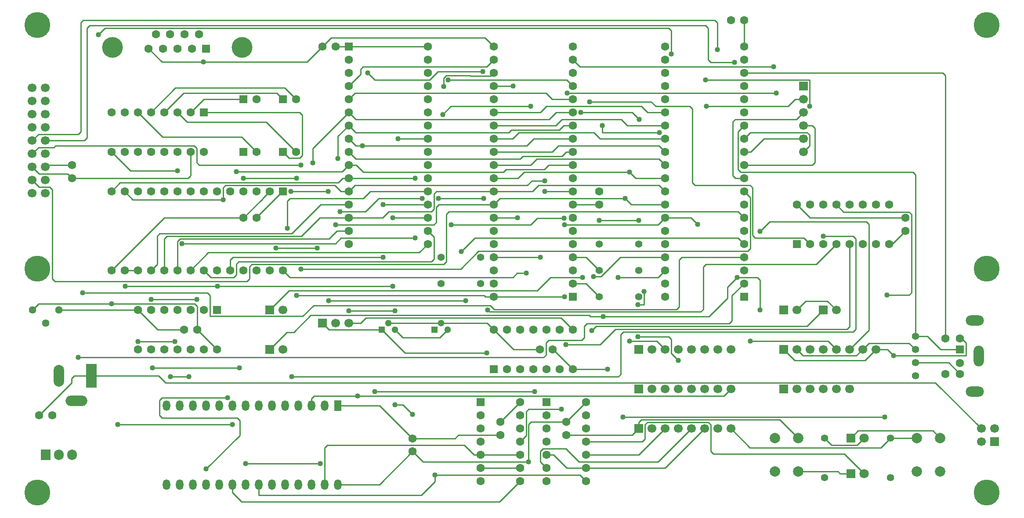
<source format=gbr>
%TF.GenerationSoftware,Novarm,DipTrace,4.3.0.4*%
%TF.CreationDate,2023-04-03T14:28:54+01:00*%
%FSLAX26Y26*%
%MOIN*%
%TF.FileFunction,Copper,L1,Top*%
%TF.Part,Single*%
%TA.AperFunction,Conductor*%
%ADD13C,0.009843*%
%TA.AperFunction,ComponentPad*%
%ADD16R,0.062992X0.062992*%
%ADD17C,0.062992*%
%ADD18C,0.062992*%
%ADD19R,0.066929X0.066929*%
%ADD20C,0.066929*%
%ADD21C,0.07874*%
%ADD22R,0.051181X0.051181*%
%ADD23C,0.051181*%
%ADD24C,0.066929*%
%ADD25C,0.055118*%
%ADD26C,0.055118*%
%ADD27R,0.056693X0.07874*%
%ADD28O,0.056693X0.07874*%
%ADD29C,0.15748*%
%ADD30O,0.137795X0.07874*%
%ADD31O,0.07874X0.15748*%
%ADD32R,0.07874X0.181102*%
%ADD33O,0.07874X0.165354*%
%ADD34O,0.165354X0.07874*%
%ADD35R,0.075X0.07874*%
%ADD36O,0.075X0.07874*%
%ADD37C,0.19685*%
%ADD38R,0.070866X0.070866*%
%ADD39C,0.070866*%
%ADD40C,0.056693*%
%TA.AperFunction,ViaPad*%
%ADD41C,0.04*%
G75*
G01*
%LPD*%
X2430217Y200000D2*
D13*
X2744390D1*
X2995965Y451575D1*
X4311024Y825000D2*
X4161024Y674213D1*
X1712598Y2225000D2*
X1111024D1*
X711024Y1825000D1*
X1511024Y1225000D2*
X1361024Y1375000D1*
X411024Y2625000D2*
X223622D1*
X209449Y2610827D1*
X6735433Y2223819D2*
X6012205D1*
X5911024Y2325000D1*
X2411024Y3525000D2*
X2511024D1*
X4211024Y2325000D2*
X4411024D1*
X3961220Y1225394D2*
X3761024D1*
X3611024Y1375394D1*
X3811024Y825000D2*
X3661024Y674213D1*
X5511024Y3725000D2*
Y3525000D1*
X2995965Y451575D2*
X3076278Y371261D1*
X3876969D1*
X1712598Y2225000D2*
X1857284Y2369685D1*
Y2371260D1*
X1911024Y2425000D1*
X6811024Y1125000D2*
X7063780D1*
X7148819Y1039961D1*
X111024Y1525000D2*
X157285Y1571261D1*
X711024D1*
X2811024Y1425000D2*
X3211024D1*
X5961024Y3125000D2*
X5900291D1*
X5846553Y3071261D1*
X5223693D1*
X6811024Y1225000D2*
X6762794Y1273229D1*
X6459253D1*
X6411024Y1225000D1*
X4711024Y2206025D2*
X4411024D1*
X3876969Y371261D2*
Y654525D1*
X3896656Y674213D1*
X4161024D1*
X711024Y1571261D2*
X1341334D1*
X1361024Y1551572D1*
Y1375000D1*
X3211024Y1425000D2*
X3561417D1*
X3611024Y1375394D1*
X6411024Y1225000D2*
X6362793Y1176769D1*
X5959254D1*
X5911024Y1225000D1*
X3111024Y3525000D2*
X2511024D1*
X162598Y725000D2*
X408465Y970866D1*
Y1005312D1*
X428152Y1025000D1*
X559055D1*
X1069881D1*
X1121652Y973229D1*
X6962794D1*
X7311024Y625000D1*
X811024Y2425000D2*
X873227Y2362796D1*
X1557284D1*
X4553894Y1771261D2*
X4857285D1*
X4911024Y1825000D1*
X4211024Y2425000D2*
X3999528Y2425001D1*
X2511024Y2425000D2*
X2557285Y2471261D1*
X3865976D1*
X3900740Y2506025D1*
X3999528D1*
X1557284Y2362796D2*
Y2451576D1*
X1576969Y2471261D1*
X2404767D1*
X2451028Y2425000D1*
X2511024D1*
X1730217Y357788D2*
X2295453D1*
X4211024Y3425000D2*
X4264762Y3371261D1*
X5735709D1*
X3111024Y2825000D2*
X2886299Y2825001D1*
X2511024Y3225000D2*
X2600351Y3314327D1*
Y3351576D1*
X2620036Y3371261D1*
X3557285D1*
X3611024Y3425000D1*
X3565079Y1525316D2*
X3580162Y1510233D1*
X5181378D1*
X5201063Y1529918D1*
Y1851576D1*
X5220748Y1871261D1*
X6057285D1*
X6211024Y2025000D1*
X3611024Y3325000D2*
X3587757Y3301733D1*
X3436694D1*
X3432406Y3306021D1*
X3251106D1*
X3231421Y3286336D1*
Y3221414D1*
X3811024Y425000D2*
X3511024D1*
X2654799Y3325001D2*
X2708539Y3271261D1*
X3124670D1*
X3189906Y3336497D1*
X3530000D1*
X3611024Y3225000D2*
X3757288Y3224997D1*
X3511024Y425000D2*
X3461815D1*
X3388979Y497836D1*
X2349902D1*
X2330217Y478151D1*
Y200000D1*
X1630217Y655395D2*
X757284D1*
X4145083Y2221103D2*
X3940866D1*
X3891024Y2171261D1*
X3288110D1*
X4911024Y1925000D2*
X4572574D1*
X4426316Y1778741D1*
X4368701D1*
X2511024Y2525000D2*
X2464763D1*
X2430710Y2490946D1*
X776970D1*
X711024Y2425000D1*
X3014882Y2525001D2*
X2511024Y2525000D1*
X4211024Y2625000D2*
X4029833D1*
X3995780Y2590946D1*
X3705197D1*
X3685512Y2571261D1*
X2623527D1*
X2569788Y2625000D1*
X2511024D1*
X2461576Y2575552D1*
X1657284D1*
X2511024Y2725000D2*
X2564762Y2671261D1*
X3812500D1*
X3832185Y2690946D1*
X4128051D1*
X4162104Y2725000D1*
X4211024D1*
X4706103Y1323072D2*
X4939567D1*
X4959252Y1303387D1*
Y1193773D1*
X5011020Y1142005D1*
X4753347Y1665591D2*
Y1564682D1*
X4706103D1*
X4211024Y2825000D2*
X3915035D1*
X3861297Y2771261D1*
X2613701D1*
X2564762D1*
X2511024Y2825000D1*
X4867650Y2871261D2*
X4436740D1*
Y2925001D1*
X2430000Y2675154D2*
Y2843976D1*
X2511024Y2925000D1*
X2564762Y2871261D1*
X3724126D1*
X3743811Y2890946D1*
X4107992D1*
X4142045Y2925000D1*
X4211024D1*
X4272362Y3025001D2*
X4662929D1*
X4716669Y2971261D1*
X2237717Y2640391D2*
Y2751693D1*
X2511024Y3025000D1*
X2564762Y2971261D1*
X4031303D1*
X4085041Y3025000D1*
X4211024D1*
X2230217Y800000D2*
Y851576D1*
X2249902Y871261D1*
X2578937D1*
X2511024Y3125000D2*
X2557285Y3171261D1*
X4008658D1*
X4054919Y3125000D1*
X4211024D1*
X2578937Y871261D2*
X5357285D1*
X5411024Y925000D1*
X4167650Y3171261D2*
X5755394D1*
X4211024Y3225000D2*
X4164766Y3271257D1*
X3266185D1*
X4337484Y3106025D2*
X4806197D1*
X4840961Y3071261D1*
X5099117D1*
X5118802Y3051576D1*
Y2490947D1*
X5138488Y2471261D1*
X5557284D1*
X5576969Y2451576D1*
Y2090946D1*
X5596654Y2071261D1*
X5964762D1*
X6011024Y2025000D1*
X3223925Y3009922D2*
X3285264Y3071261D1*
X3893626D1*
X6111024Y2086340D2*
X6337602D1*
X6357288Y2066654D1*
Y1377521D1*
X6337603Y1357836D1*
X4595581D1*
X4575896Y1338151D1*
Y1036617D1*
X4556209Y1016930D1*
X2078977D1*
X2511024Y1425000D2*
X2602219D1*
X2642575Y1465355D1*
X4121062D1*
X4211024Y1375394D1*
X5961024Y2725000D2*
X6009252Y2773228D1*
Y2853544D1*
X5989567Y2873229D1*
X5559253D1*
X5511024Y2825000D1*
X2511024Y2325000D2*
X2299841D1*
X2078977Y2104135D1*
X1076969D1*
X1057284Y2084450D1*
Y1871260D1*
X1011024Y1825000D1*
X2410744Y2171261D2*
X3157288D1*
X3176973Y2190946D1*
Y2305313D1*
X3196659Y2325000D1*
X3611024D1*
X1011024Y1606025D2*
X1357284D1*
X4608343Y2371261D2*
X4654604Y2325000D1*
X4911024D1*
X3611024D2*
X3657285Y2371261D1*
X4608343D1*
X4911024Y2425000D2*
X4864762Y2471261D1*
X3950756D1*
X3904494Y2425000D1*
X3611024D1*
X2511024Y2225000D2*
X2291878D1*
X2151329Y2084450D1*
X1130708D1*
X1111024Y2064766D1*
Y1825000D1*
X3611024Y2425000D2*
X3176972D1*
X3157288Y2405315D1*
Y2290946D1*
X3137603Y2271261D1*
X2813801D1*
X2767539Y2225000D1*
X2511024D1*
Y2125000D2*
X2422735D1*
X2362501Y2064765D1*
X1230708D1*
X1211024Y2045081D1*
Y1825000D1*
X3611024Y2525000D2*
X3795460D1*
X3841722Y2571261D1*
X4643106D1*
X1157284Y1016930D2*
X1297362D1*
X4643106Y1288308D2*
X4847715D1*
X4911024Y1225000D1*
X3067650Y2371261D2*
X2737162D1*
X2637162Y2271261D1*
X2445508D1*
X3533929Y2371261D2*
X3192051D1*
X4643106Y2571261D2*
X4689367Y2525000D1*
X4911024D1*
X3111024Y2025000D2*
X3046497Y1960473D1*
X1446497D1*
X1311024Y1825000D1*
X4911024Y2625000D2*
X4864762Y2671261D1*
X3938303D1*
X3892041Y2625000D1*
X3611024D1*
X3111024Y2125000D2*
X3157288Y2078736D1*
Y1910631D1*
X3137603Y1890946D1*
X1676969D1*
X1657284Y1871261D1*
Y1790950D1*
X1637599Y1771265D1*
X1464758D1*
X1411024Y1825000D1*
X4911024Y2725000D2*
X4864762Y2771261D1*
X4102339D1*
X4056077Y2725000D1*
X3611024D1*
X4911024Y2825000D2*
X4418150D1*
X4371889Y2871261D1*
X3801225D1*
X3754963Y2825000D1*
X3611024D1*
X3111024Y2225000D2*
X2845788Y2224997D1*
X1515945Y1706025D2*
X816717D1*
X2845788D2*
X1515945D1*
X1430217Y318414D2*
X1684666Y572863D1*
Y684308D1*
X1664981Y703993D1*
X1095768D1*
X1076083Y723678D1*
Y838505D1*
X1095768Y858190D1*
X1592043D1*
X4911024Y2925000D2*
X4624134D1*
X4577873Y2971261D1*
X4128469D1*
X4082207Y2925000D1*
X3611024D1*
X3111024Y2325000D2*
X2771662Y2324997D1*
X1611024Y1825000D2*
Y1906025D1*
X1630709Y1925710D1*
X2771662D1*
X4911024Y3025000D2*
X4779173D1*
X4732912Y3071261D1*
X4012543D1*
X3966281Y3025000D1*
X3611024D1*
X1022520Y1086458D2*
X1680543D1*
X3111024Y2425000D2*
X2674656D1*
X2620918Y2371261D1*
X2063898D1*
X2044213Y2351576D1*
Y2145395D1*
X4211024Y1075394D2*
X4061024Y1225394D1*
X4059646D1*
X1811024Y2225000D2*
X1809449D1*
X2009449Y2425000D1*
X2011024D1*
X2430217Y800000D2*
X2745965D1*
X2995965Y550000D1*
X1262598Y1375000D2*
X1061024D1*
X911024Y1525000D1*
X6735433Y2125394D2*
X6635039Y2025000D1*
X6611024D1*
X411024Y2526575D2*
X379528Y2558071D1*
X162205D1*
X109449Y2610827D1*
X411024Y2526575D2*
X1291337D1*
X1311024Y2546261D1*
Y2725000D1*
X3611024Y3525000D2*
X3545077Y3590946D1*
X2378545D1*
X2312598Y3525000D1*
X4161024Y575787D2*
X4661811D1*
X4711024Y625000D1*
X5811024Y1225000D2*
X5894010Y1142013D1*
X6428037D1*
X6511024Y1225000D1*
X3661024Y575787D2*
X3343440D1*
X3317652Y550000D1*
X2995965D1*
X5922441Y297047D2*
X6225690D1*
X6240060Y282677D1*
X6322441D1*
X2072362Y2425001D2*
X2356295D1*
X6999606Y552953D2*
X6945471Y607088D1*
X6376577D1*
X6322441Y552953D1*
X911024Y1525000D2*
X825393D1*
X311024D1*
X2995965Y731178D2*
X2921402Y805741D1*
X2861024D1*
Y1375000D2*
X2921065Y1314958D1*
X3200982D1*
X3261024Y1375000D1*
X2511024Y1519804D2*
X2861024D1*
X4211024Y1075394D2*
X4476969Y1075395D1*
X911024Y1825000D2*
X811024D1*
X1407126Y3406875D2*
X1094686D1*
X993307Y3508255D1*
X2312598Y3525000D2*
X2194474Y3406875D1*
X1407126D1*
X4711024Y625000D2*
Y673229D1*
X4730709Y692914D1*
X5782479D1*
X5922441Y552953D1*
X6646268Y1176773D2*
X7195079D1*
Y1276181D1*
X7163583Y1307677D1*
X7148819D1*
X6511024Y1225000D2*
X6598041D1*
X6646268Y1176773D1*
X6211024Y2325000D2*
X6265943Y2270080D1*
X6762008D1*
X6781693Y2250395D1*
Y1656533D1*
X6762007Y1636847D1*
X6594016D1*
X457284Y1163662D2*
X3987796D1*
X4007481Y1183347D1*
Y1275237D1*
X4027166Y1294922D1*
X4278650D1*
X4298335Y1314607D1*
Y1401812D1*
X4318020Y1421497D1*
X5400236D1*
X5419921Y1441182D1*
Y1633897D1*
X5511024Y1725000D1*
X4957284Y3468375D2*
Y3646643D1*
X4937599Y3666328D1*
X663469D1*
X610713Y3613572D1*
X492047Y1655867D2*
X1437599D1*
X1457284Y1636182D1*
Y1476769D1*
X2162079D1*
X2245390Y1560080D1*
X3584759D1*
X3614921Y1529918D1*
X4998096D1*
X5017781Y1549603D1*
Y1905312D1*
X5037468Y1925000D1*
X5511024D1*
X3364418Y1967324D2*
X3468355Y2071261D1*
X5464762D1*
X5511024Y2025000D1*
X1245788Y2030001D2*
X2411358D1*
X2452618Y2071261D1*
X3014882D1*
X5309614Y3503139D2*
Y3705698D1*
X5289929Y3725383D1*
X496891D1*
X477206Y3705698D1*
Y2878742D1*
X457520Y2859056D1*
X157678D1*
X109449Y2810827D1*
X5511024Y2225000D2*
X5464762Y2271261D1*
X3273032D1*
X3253347Y2251576D1*
Y1890946D1*
X3233662Y1871261D1*
X1776969D1*
X1757284Y1851576D1*
Y1760473D1*
X1737599Y1740788D1*
X281693D1*
X262008Y1760473D1*
Y2439371D1*
X242323Y2459056D1*
X161219D1*
X109449Y2510827D1*
X2148504Y1836497D2*
X3361949D1*
X3496713Y1971261D1*
X5537599D1*
X5557284Y1990946D1*
Y2378740D1*
X5511024Y2425000D1*
X2148504Y2624288D2*
X1376969D1*
X1357284Y2643973D1*
Y2751576D1*
X1337599Y2771261D1*
X286410D1*
X274205Y2759056D1*
X157678D1*
X109449Y2710827D1*
X5439606Y3406025D2*
X5258642D1*
X5238957Y3425710D1*
Y3666328D1*
X5219272Y3686013D1*
X546295D1*
X526610Y3666328D1*
Y2830511D1*
X506925Y2810827D1*
X209449D1*
X5961024Y3025000D2*
X5909253Y2973229D1*
X5445079D1*
X5425394Y2953544D1*
Y2544686D1*
X5445080Y2525000D1*
X5511024D1*
X5961024Y2925000D2*
X6028937D1*
X6048622Y2905315D1*
Y2644686D1*
X6028935Y2625000D1*
X5511024D1*
X911024Y1286340D2*
X1192047D1*
X711024Y2725000D2*
X854928Y2581095D1*
X1211024D1*
X4411024Y1625000D2*
X4311024Y1725000D1*
X4211024D1*
X6422441Y552953D2*
X6368309Y498820D1*
X6176573D1*
X6122441Y552953D1*
X6422441Y282677D2*
X6273256Y431862D1*
X5278937D1*
X5259252Y451547D1*
Y653544D1*
X5239567Y673229D1*
X4778937D1*
X4759252Y653544D1*
Y544686D1*
X4739565Y525000D1*
X4311024D1*
X4126260Y771261D2*
X3876969D1*
X3857284Y751576D1*
Y571260D1*
X3811024Y525000D1*
X4157288Y1260158D2*
X4419161D1*
X4536524Y1377521D1*
X6291339D1*
X6311024Y1397206D1*
Y2025000D1*
X5557284Y1288308D2*
X6147715D1*
X6211024Y1225000D1*
X5631418Y2121103D2*
X5705552Y2195237D1*
X6437603D1*
X6457288Y2175552D1*
Y1371264D1*
X6311024Y1225000D1*
X5911024Y1525000D2*
X5978938Y1592914D1*
X6143109D1*
X6211024Y1525000D1*
X4591811Y712599D2*
X6578937D1*
X3811024Y325000D2*
X3511024D1*
X1411024Y3025000D2*
X2137598D1*
X2157284Y3005314D1*
Y2698422D1*
X2137599Y2678737D1*
X2058861D1*
X2012598Y2725000D1*
X1211024Y3025000D2*
X1284947Y2951076D1*
X1884947D1*
X2111024Y2725000D1*
X1111024Y3025000D2*
X1257285Y3171261D1*
X1966337D1*
X2012598Y3125000D1*
X1011024Y3025000D2*
X1196655Y3210631D1*
X2025392D1*
X2111024Y3125000D1*
X1311024Y3025000D2*
X1411024Y3125000D1*
X1712598D1*
X911024Y3025000D2*
X1098001Y2838022D1*
X1698001D1*
X1811024Y2725000D1*
X7038583Y1307677D2*
Y3305316D1*
X7018898Y3325000D1*
X5511024D1*
X7148819Y1225000D2*
X7002905D1*
X6902905Y1325000D1*
X6811024D1*
Y2551577D1*
X6791339Y2571261D1*
X5484449D1*
X5464764Y2590946D1*
Y2878740D1*
X5511024Y2925000D1*
X3811024Y225000D2*
X3654521Y68497D1*
X1698925D1*
X1630217Y137206D1*
Y200000D1*
X3857288Y1803662D2*
X3789976D1*
X3757575Y1771261D1*
X2064762D1*
X2011024Y1825000D1*
X4311024Y425000D2*
X4711024D1*
X4911024Y625000D1*
X3611024Y2225000D2*
X3792051Y2225001D1*
X5961024Y2825000D2*
X5663460D1*
X5563460Y2725000D1*
X5511024D1*
X3557284Y1198426D2*
X2937597D1*
X2761024Y1375000D1*
X2361024D1*
X2311024Y1425000D1*
X5219268Y3273229D2*
X6009252D1*
Y3073229D1*
X5631418Y1525001D2*
Y1751575D1*
X5611732Y1771261D1*
X5459252D1*
X4411024Y1825000D2*
X4311024Y1925000D1*
X4211024D1*
X4442205Y1475469D2*
X4346067D1*
X4336496Y1485040D1*
X2223421D1*
X2093697Y1355316D1*
X2041340D1*
X1911024Y1225000D1*
X5459252Y1771261D2*
X5385158Y1697167D1*
Y1613808D1*
X5246819Y1475469D1*
X4442205D1*
X4286024Y1771261D2*
X4041138D1*
X3941138Y1671261D1*
X2057285D1*
X1911024Y1525000D1*
X4354638Y1367048D2*
X4389402Y1401812D1*
X5987836D1*
X6111024Y1525000D1*
X4311024Y225000D2*
X4264762Y271261D1*
X3165114D1*
Y221418D1*
X3062193Y118497D1*
X1830217D1*
Y200000D1*
X5411024Y625000D2*
X5556888Y479135D1*
X6548624D1*
X6622441Y552953D1*
X2113740Y1634528D2*
X3540319D1*
X3549847Y1625000D1*
X3611024D1*
X5159252Y2174836D2*
X5109088Y2225000D1*
X4911024D1*
X1711024Y2525710D2*
X2113740D1*
X6622441Y552953D2*
X6822441D1*
X3611024Y1625000D2*
X4149685Y1624997D1*
X4911024Y2225000D2*
X4857285Y2171261D1*
X4149685D1*
X4011024Y325000D2*
X3964764Y371260D1*
Y451576D1*
X3984449Y471261D1*
X4157288D1*
X4257288Y371261D1*
X4857285D1*
X5111024Y625000D1*
X3923441Y906025D2*
X2709248D1*
X4011024Y425000D2*
X4064992D1*
X4164992Y325000D1*
X4311024D1*
X3611024Y1925000D2*
X3963277D1*
X3964764Y1923513D1*
X2272481Y1995237D2*
X1957284D1*
X2359252Y1594843D2*
X3399177D1*
X4311024Y325000D2*
X4911024D1*
X5211024Y625000D1*
D41*
X3876969Y371261D3*
X711024Y1571261D3*
X5223693Y3071261D3*
X4411024Y2206025D3*
X4711024D3*
X1557284Y2362796D3*
X4553894Y1771261D3*
X3999528Y2506025D3*
Y2425001D3*
X2295453Y357788D3*
X1730217D3*
X5735709Y3371261D3*
X2886299Y2825001D3*
X3231421Y3221414D3*
X3565079Y1525316D3*
X3530000Y3336497D3*
X2654799Y3325001D3*
X3757288Y3224997D3*
X757284Y655395D3*
X1630217D3*
X3288110Y2171261D3*
X3014882Y2525001D3*
X4368701Y1778741D3*
X4145083Y2221103D3*
X1657284Y2575552D3*
X5011020Y1142005D3*
X4706103Y1323072D3*
Y1564682D3*
X4753347Y1665591D3*
X2613701Y2771261D3*
X4867650Y2871261D3*
X4436740Y2925001D3*
X2430000Y2675154D3*
X4716669Y2971261D3*
X4272362Y3025001D3*
X2237717Y2640391D3*
X2578937Y871261D3*
X5755394Y3171261D3*
X4167650D3*
X3266185Y3271257D3*
X4337484Y3106025D3*
X3893626Y3071261D3*
X3223925Y3009922D3*
X2078977Y1016930D3*
X6111024Y2086340D3*
X2410744Y2171261D3*
X1357284Y1606025D3*
X1011024D3*
X4608343Y2371261D3*
X1297362Y1016930D3*
X1157284D3*
X4643106Y1288308D3*
Y2571261D3*
X2445508Y2271261D3*
X3067650Y2371261D3*
X3192051D3*
X3533929D3*
X816717Y1706025D3*
X2845788Y2224997D3*
Y1706025D3*
X1515945D3*
X1592043Y858190D3*
X1430217Y318414D3*
X2771662Y2324997D3*
Y1925710D3*
X1680543Y1086458D3*
X1022520D3*
X2044213Y2145395D3*
X2356295Y2425001D3*
X2072362D3*
X1407126Y3406875D3*
X2861024Y805741D3*
X2995965Y731178D3*
X2861024Y1519804D3*
X2511024D3*
X4476969Y1075395D3*
X6646268Y1176773D3*
X6594016Y1636847D3*
X457284Y1163662D3*
X610713Y3613572D3*
X4957284Y3468375D3*
X492047Y1655867D3*
X3364418Y1967324D3*
X3014882Y2071261D3*
X1245788Y2030001D3*
X5309614Y3503139D3*
X2148504Y1836497D3*
Y2624288D3*
X5439606Y3406025D3*
X1192047Y1286340D3*
X911024D3*
X1211024Y2581095D3*
X4126260Y771261D3*
X4157288Y1260158D3*
X5557284Y1288308D3*
X5631418Y2121103D3*
X6578937Y712599D3*
X4591811D3*
X3857288Y1803662D3*
X3792051Y2225001D3*
X3557284Y1198426D3*
X6009252Y3073229D3*
X5219268Y3273229D3*
X5459252Y1771261D3*
X5631418Y1525001D3*
X4442205Y1475469D3*
X4286024Y1771261D3*
X4354638Y1367048D3*
X3165114Y271261D3*
X4149685Y1624997D3*
Y2171261D3*
X5159252Y2174836D3*
X2113740Y1634528D3*
Y2525710D3*
X1711024D3*
X2709248Y906025D3*
X3923441D3*
X3964764Y1923513D3*
X1957284Y1995237D3*
X2272481D3*
X3399177Y1594843D3*
X2359252D3*
D16*
X2012598Y3125000D3*
D17*
X2111024D3*
D16*
X1511024Y1525000D3*
D18*
X1411024D3*
X1311024D3*
X1211024D3*
X1111024D3*
X1011024D3*
X911024D3*
Y1225000D3*
X1011024D3*
X1111024D3*
X1211024D3*
X1311024D3*
X1411024D3*
X1511024D3*
D16*
X2511024Y3525000D3*
D18*
Y3425000D3*
Y3325000D3*
Y3225000D3*
Y3125000D3*
Y3025000D3*
Y2925000D3*
Y2825000D3*
Y2725000D3*
Y2625000D3*
Y2525000D3*
Y2425000D3*
Y2325000D3*
Y2225000D3*
Y2125000D3*
Y2025000D3*
X3111024D3*
Y2125000D3*
Y2225000D3*
Y2325000D3*
Y2425000D3*
Y2525000D3*
Y2625000D3*
Y2725000D3*
Y2825000D3*
Y2925000D3*
Y3025000D3*
Y3125000D3*
Y3225000D3*
Y3325000D3*
Y3425000D3*
Y3525000D3*
D16*
X5511024Y1625000D3*
D18*
Y1725000D3*
Y1825000D3*
Y1925000D3*
Y2025000D3*
Y2125000D3*
Y2225000D3*
Y2325000D3*
Y2425000D3*
Y2525000D3*
Y2625000D3*
Y2725000D3*
Y2825000D3*
Y2925000D3*
Y3025000D3*
Y3125000D3*
Y3225000D3*
Y3325000D3*
Y3425000D3*
Y3525000D3*
X4911024D3*
Y3425000D3*
Y3325000D3*
Y3225000D3*
Y3125000D3*
Y3025000D3*
Y2925000D3*
Y2825000D3*
Y2725000D3*
Y2625000D3*
Y2525000D3*
Y2425000D3*
Y2325000D3*
Y2225000D3*
Y2125000D3*
Y2025000D3*
Y1925000D3*
Y1825000D3*
Y1725000D3*
Y1625000D3*
D19*
X4711024Y1225000D3*
D20*
X4811024D3*
X4911024D3*
X5011024D3*
X5111024D3*
X5211024D3*
X5311024D3*
X5411024D3*
D21*
X6822441Y297047D3*
Y552953D3*
X6999606Y297047D3*
Y552953D3*
D17*
X3661024Y674213D3*
Y575787D3*
D19*
X7411024Y525000D3*
D20*
X7311024D3*
X7411024Y625000D3*
X7311024D3*
D22*
X3161024Y1375000D3*
D23*
X3211024Y1425000D3*
X3261024Y1375000D3*
D17*
X6735433Y2125394D3*
Y2223819D3*
D19*
X5961024Y3225000D3*
D24*
Y3125000D3*
Y3025000D3*
Y2925000D3*
Y2825000D3*
Y2725000D3*
D19*
X5811024Y925000D3*
D20*
X5911024D3*
X6011024D3*
X6111024D3*
X6211024D3*
X6311024D3*
D19*
X4711024Y625000D3*
D20*
X4811024D3*
X4911024D3*
X5011024D3*
X5111024D3*
X5211024D3*
X5311024D3*
X5411024D3*
D16*
X4011024Y825000D3*
D18*
Y725000D3*
Y625000D3*
Y525000D3*
Y425000D3*
Y325000D3*
Y225000D3*
X4311024D3*
Y325000D3*
Y425000D3*
Y525000D3*
Y625000D3*
Y725000D3*
Y825000D3*
D16*
X4211024Y1625000D3*
D18*
Y1725000D3*
Y1825000D3*
Y1925000D3*
Y2025000D3*
Y2125000D3*
Y2225000D3*
Y2325000D3*
Y2425000D3*
Y2525000D3*
Y2625000D3*
Y2725000D3*
Y2825000D3*
Y2925000D3*
Y3025000D3*
Y3125000D3*
Y3225000D3*
Y3325000D3*
Y3425000D3*
Y3525000D3*
X3611024D3*
Y3425000D3*
Y3325000D3*
Y3225000D3*
Y3125000D3*
Y3025000D3*
Y2925000D3*
Y2825000D3*
Y2725000D3*
Y2625000D3*
Y2525000D3*
Y2425000D3*
Y2325000D3*
Y2225000D3*
Y2125000D3*
Y2025000D3*
Y1925000D3*
Y1825000D3*
Y1725000D3*
Y1625000D3*
D25*
X3211024Y1925000D3*
D26*
X3511024D3*
D19*
X6111024Y1525000D3*
D20*
X6211024D3*
D17*
X2411024Y3525000D3*
X2312598D3*
D25*
X6622441Y552953D3*
D26*
Y252953D3*
D25*
X6811024Y1025000D3*
D26*
Y1125000D3*
D27*
X2430217Y800000D3*
D28*
X2330217D3*
X2230217D3*
X2130217D3*
X2030217D3*
X1930217D3*
X1830217D3*
X1730217D3*
X1630217D3*
X1530217D3*
X1430217D3*
X1330217D3*
X1230217D3*
X1130217D3*
Y200000D3*
X1230217D3*
X1330217D3*
X1430217D3*
X1530217D3*
X1630217D3*
X1730217D3*
X1830217D3*
X1930217D3*
X2030217D3*
X2130217D3*
X2230217D3*
X2330217D3*
X2430217D3*
D17*
X411024Y2625000D3*
Y2526575D3*
D29*
X1703543Y3520066D3*
X719291D3*
D16*
X1429528Y3508255D3*
D17*
X1320472D3*
X1211417D3*
X1102362D3*
X993307D3*
X1375000Y3620066D3*
X1265945D3*
X1156890D3*
X1047835D3*
D16*
X3611024Y1075394D3*
D18*
X3711024D3*
X3811024D3*
X3911024D3*
X4011024D3*
X4111024D3*
X4211024D3*
Y1375394D3*
X4111024D3*
X4011024D3*
X3911024D3*
X3811024D3*
X3711024D3*
X3611024D3*
D16*
X7148819Y1225000D3*
D17*
Y1122638D3*
Y1307677D3*
Y1039961D3*
X7038583Y1307677D3*
Y1039961D3*
D30*
X7261024Y904134D3*
D31*
X7292520Y1173819D3*
D30*
X7261024Y1443504D3*
D16*
X2012598Y2725000D3*
D17*
X2111024D3*
D19*
X2311024Y1425000D3*
D20*
X2411024D3*
X2511024D3*
D25*
X6811024Y1325000D3*
D26*
Y1225000D3*
D21*
X5745276Y297047D3*
Y552953D3*
X5922441Y297047D3*
Y552953D3*
D17*
X4161024Y674213D3*
Y575787D3*
X1712598Y2225000D3*
X1811024D3*
D19*
X4711024Y925000D3*
D20*
X4811024D3*
X4911024D3*
X5011024D3*
X5111024D3*
X5211024D3*
X5311024D3*
X5411024D3*
D17*
X1262598Y1375000D3*
X1361024D3*
D16*
X3511024Y825000D3*
D18*
Y725000D3*
Y625000D3*
Y525000D3*
Y425000D3*
Y325000D3*
Y225000D3*
X3811024D3*
Y325000D3*
Y425000D3*
Y525000D3*
Y625000D3*
Y725000D3*
Y825000D3*
D32*
X559055Y1025000D3*
D33*
X311024D3*
D34*
X444882Y836024D3*
D16*
X1712598Y2725000D3*
D17*
X1811024D3*
D35*
X211024Y425000D3*
D36*
X311024D3*
X411024D3*
D16*
X1712598Y3125000D3*
D17*
X1811024D3*
D19*
X1911024Y1525000D3*
D20*
X2011024D3*
D37*
X148819Y139173D3*
D19*
X5811024Y1525000D3*
D20*
X5911024D3*
D25*
X6122441Y252953D3*
D26*
Y552953D3*
D19*
X1911024Y1225000D3*
D20*
X2011024D3*
D25*
X4711024Y1625000D3*
D26*
X4411024D3*
D25*
X4711024Y1825000D3*
D26*
X4411024D3*
D17*
X162598Y725000D3*
X261024D3*
X2995965Y550000D3*
Y451575D3*
D16*
X5911024Y2025000D3*
D18*
X6011024D3*
X6111024D3*
X6211024D3*
X6311024D3*
X6411024D3*
X6511024D3*
X6611024D3*
Y2325000D3*
X6511024D3*
X6411024D3*
X6311024D3*
X6211024D3*
X6111024D3*
X6011024D3*
X5911024D3*
D37*
X148819Y3687205D3*
Y1836811D3*
X7353543Y3687205D3*
Y1836811D3*
D24*
X109449Y3210827D3*
X209449D3*
X109449Y3110827D3*
X209449D3*
X109449Y3010827D3*
X209449D3*
X109449Y2910827D3*
X209449D3*
X109449Y2810827D3*
X209449D3*
X109449Y2710827D3*
X209449D3*
X109449Y2610827D3*
X209449D3*
X109449Y2510827D3*
X209449D3*
X109449Y2410827D3*
X209449D3*
D38*
X6322441Y282677D3*
D39*
X6422441D3*
D38*
X6322441Y552953D3*
D39*
X6422441D3*
D40*
X311024Y1525000D3*
X211024Y1425000D3*
X111024Y1525000D3*
D37*
X7353543Y137205D3*
D16*
X2011024Y2425000D3*
D18*
X1911024D3*
X1811024D3*
X1711024D3*
X1611024D3*
X1511024D3*
X1411024D3*
X1311024D3*
X1211024D3*
X1111024D3*
X1011024D3*
X911024D3*
X811024D3*
X711024D3*
Y1825000D3*
X811024D3*
X911024D3*
X1011024D3*
X1111024D3*
X1211024D3*
X1311024D3*
X1411024D3*
X1511024D3*
X1611024D3*
X1711024D3*
X1811024D3*
X1911024D3*
X2011024D3*
D22*
X2761024Y1375000D3*
D23*
X2811024Y1425000D3*
X2861024Y1375000D3*
D17*
X5511024Y3725000D3*
X5412598D3*
D25*
X4711024Y2025000D3*
D26*
X4411024D3*
D25*
X3211024Y1725000D3*
D26*
X3511024D3*
D16*
X1411024Y3025000D3*
D18*
X1311024D3*
X1211024D3*
X1111024D3*
X1011024D3*
X911024D3*
X811024D3*
X711024D3*
Y2725000D3*
X811024D3*
X911024D3*
X1011024D3*
X1111024D3*
X1211024D3*
X1311024D3*
X1411024D3*
D17*
X4411024Y2325000D3*
Y2423425D3*
X4059646Y1225394D3*
X3961220D3*
D19*
X5811024Y1225000D3*
D20*
X5911024D3*
X6011024D3*
X6111024D3*
X6211024D3*
X6311024D3*
X6411024D3*
X6511024D3*
M02*

</source>
